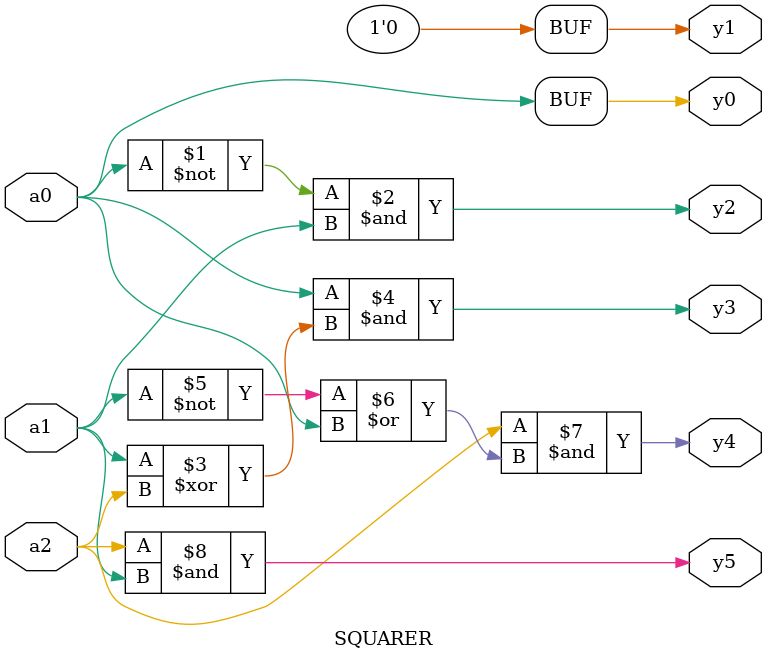
<source format=v>
`timescale 10ns / 1ps
module SQUARER(
    input a2,
    input a1,
    input a0,
    output y5,
    output y4,
    output y3,
    output y2,
    output y1,
    output y0
    );
    assign y0=a0;
    assign y1=1'b0;
    assign y2=(~a0)&a1;
    assign y3=a0&(a1^a2);
    assign y4=a2&((~a1)|a0);
    assign y5=a2&a1;
endmodule

</source>
